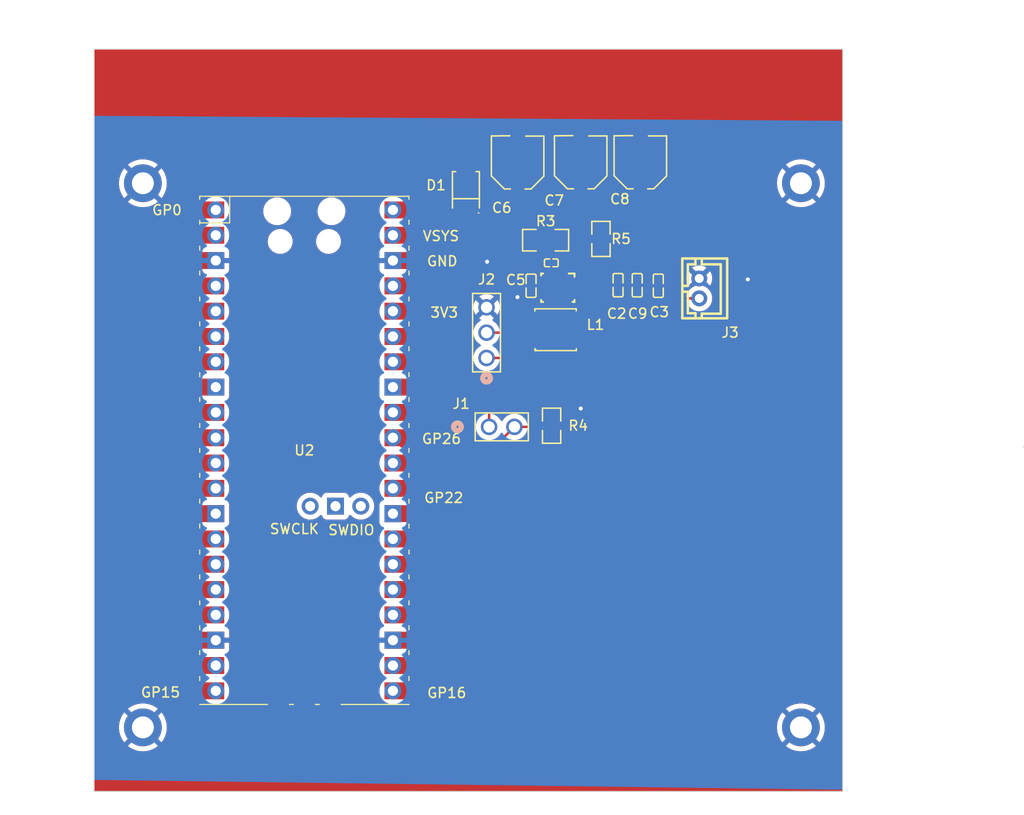
<source format=kicad_pcb>
(kicad_pcb (version 20221018) (generator pcbnew)
  (layers (0 "F.Cu" signal) (31 "B.Cu" signal) (34 "B.Paste" user) (35 "F.Paste" user) (36 "B.SilkS" user "B.Silkscreen") (37 "F.SilkS" user "F.Silkscreen") (38 "B.Mask" user) (39 "F.Mask" user) (44 "Edge.Cuts" user))
  (net 0 "")
  (net 1 "GND")
  (net 2 "Net-(U3-VAUX)")
  (net 3 "VSYS")
  (net 4 "+5V")
  (net 5 "+BATT")
  (net 6 "ADC0")
  (net 7 "Net-(U3-L2)")
  (net 8 "Net-(U3-L1)")
  (net 9 "Net-(U3-EN)")
  (net 10 "Net-(U3-PG)")
  (net 11 "GPIO22")
  (net 12 "+3.3V")
  (net 13 "VBUS")
  (net 14 "GPIO20")
  (footprint "C2894307:C0201" (layer "F.Cu") (at 173.068028 58.790086)
    (fp_text reference "C1" hide)
    (fp_text value "100nF")
    (fp_line (start -0.687046 0.238202) (end -0.687046 -0.238202) (stroke (width 0.1524)) (layer "F.SilkS"))
    (fp_line (start -0.534646 -0.390602) (end -0.166193 -0.390602) (stroke (width 0.1524)) (layer "F.SilkS"))
    (fp_line (start -0.166193 0.390602) (end -0.534646 0.390602) (stroke (width 0.1524)) (layer "F.SilkS"))
    (fp_line (start 0.166193 0.390602) (end 0.534646 0.390602) (stroke (width 0.1524)) (layer "F.SilkS"))
    (fp_line (start 0.534646 -0.390602) (end 0.166193 -0.390602) (stroke (width 0.1524)) (layer "F.SilkS"))
    (fp_line (start 0.687046 0.238202) (end 0.687046 -0.238202) (stroke (width 0.1524)) (layer "F.SilkS"))
    (fp_arc (start -0.687046 -0.238202) (mid -0.642409 -0.345965) (end -0.534646 -0.390602) (stroke (width 0.1524)) (layer "F.SilkS"))
    (fp_arc (start -0.534646 0.390602) (mid -0.642409 0.345965) (end -0.687046 0.238202) (stroke (width 0.1524)) (layer "F.SilkS"))
    (fp_arc (start 0.534646 -0.390602) (mid 0.642409 -0.345965) (end 0.687046 -0.238202) (stroke (width 0.1524)) (layer "F.SilkS"))
    (fp_arc (start 0.687046 0.238202) (mid 0.642409 0.345965) (end 0.534646 0.390602) (stroke (width 0.1524)) (layer "F.SilkS"))
    (pad "1" smd rect (at -0.274321 0) (size 0.368428 0.324003) (layers "F.Cu" "F.Paste" "F.Mask") (net 1 "GND"))
    (pad "2" smd rect (at 0.274321 0) (size 0.368428 0.324003) (layers "F.Cu" "F.Paste" "F.Mask") (net 2 "Net-(U3-VAUX)"))
  )
  (footprint "C131119:CAP-SMD_BD5.0-L5.3-W5.3-FD" (layer "F.Cu") (at 176.034452 48.699924 90)
    (fp_text reference "C7" (at -3.831648 -2.669239 180) (layer "F.SilkS") (effects (font (thickness 0.16))))
    (fp_text value "22 µF")
    (fp_line (start -2.659385 -1.341123) (end -2.655967 -0.73556) (stroke (width 0.1524)) (layer "F.SilkS"))
    (fp_line (start -2.659385 1.330963) (end -2.662593 0.722307) (stroke (width 0.1524)) (layer "F.SilkS"))
    (fp_line (start -1.371603 2.618745) (end -2.659385 1.330963) (stroke (width 0.1524)) (layer "F.SilkS"))
    (fp_line (start -1.348743 -2.649225) (end -2.659385 -1.341123) (stroke (width 0.1524)) (layer "F.SilkS"))
    (fp_line (start 2.645811 0.797817) (end 2.649225 2.618745) (stroke (width 0.1524)) (layer "F.SilkS"))
    (fp_line (start 2.649225 2.618745) (end -1.371603 2.618745) (stroke (width 0.1524)) (layer "F.SilkS"))
    (fp_line (start 2.659385 -2.649225) (end -1.348743 -2.649225) (stroke (width 0.1524)) (layer "F.SilkS"))
    (fp_line (start 2.680159 -0.79973) (end 2.659385 -2.649225) (stroke (width 0.1524)) (layer "F.SilkS"))
    (pad "1" smd rect (at -2.100076 0 90) (size 2.8 1.1) (layers "F.Cu" "F.Paste" "F.Mask") (net 4 "+5V"))
    (pad "2" smd rect (at 2.100076 0 90) (size 2.8 1.1) (layers "F.Cu" "F.Paste" "F.Mask") (net 1 "GND"))
  )
  (footprint "C131119:CAP-SMD_BD5.0-L5.3-W5.3-FD" (layer "F.Cu") (at 182.018711 48.699517 90)
    (fp_text reference "C8" (at -3.693008 -2.066507 180) (layer "F.SilkS") (effects (font (thickness 0.16))))
    (fp_text value "22 µF")
    (fp_line (start -2.659385 -1.341123) (end -2.655967 -0.73556) (stroke (width 0.1524)) (layer "F.SilkS"))
    (fp_line (start -2.659385 1.330963) (end -2.662593 0.722307) (stroke (width 0.1524)) (layer "F.SilkS"))
    (fp_line (start -1.371603 2.618745) (end -2.659385 1.330963) (stroke (width 0.1524)) (layer "F.SilkS"))
    (fp_line (start -1.348743 -2.649225) (end -2.659385 -1.341123) (stroke (width 0.1524)) (layer "F.SilkS"))
    (fp_line (start 2.645811 0.797817) (end 2.649225 2.618745) (stroke (width 0.1524)) (layer "F.SilkS"))
    (fp_line (start 2.649225 2.618745) (end -1.371603 2.618745) (stroke (width 0.1524)) (layer "F.SilkS"))
    (fp_line (start 2.659385 -2.649225) (end -1.348743 -2.649225) (stroke (width 0.1524)) (layer "F.SilkS"))
    (fp_line (start 2.680159 -0.79973) (end 2.659385 -2.649225) (stroke (width 0.1524)) (layer "F.SilkS"))
    (pad "1" smd rect (at -2.100076 0 90) (size 2.8 1.1) (layers "F.Cu" "F.Paste" "F.Mask") (net 4 "+5V"))
    (pad "2" smd rect (at 2.100076 0 90) (size 2.8 1.1) (layers "F.Cu" "F.Paste" "F.Mask") (net 1 "GND"))
  )
  (footprint "RPi_Pico-W:RPi_PicoW_SMD_TH" (layer "F.Cu") (at 148.285 77.61)
    (fp_text reference "U2" (at 0 0) (layer "F.SilkS") (effects (font (thickness 0.16))))
    (fp_text value "PicoW")
    (fp_text user "GP16" (at 14.29 24.34) (layer "F.SilkS") (effects (font (thickness 0.16))))
    (fp_text user "GND" (at 13.84 -18.985) (layer "F.SilkS") (effects (font (thickness 0.16))))
    (fp_text user "3V3" (at 14.04 -13.835) (layer "F.SilkS") (effects (font (thickness 0.16))))
    (fp_text user "SWCLK" (at -1 7.89) (layer "F.SilkS") (effects (font (thickness 0.16))))
    (fp_text user "SWDIO" (at 4.715 8) (layer "F.SilkS") (effects (font (thickness 0.16))))
    (fp_text user "VSYS" (at 13.715 -21.51) (layer "F.SilkS") (effects (font (thickness 0.16))))
    (fp_text user "GP22" (at 13.99 4.765) (layer "F.SilkS") (effects (font (thickness 0.16))))
    (fp_text user "GP0" (at -13.785 -24.11) (layer "F.SilkS") (effects (font (thickness 0.16))))
    (fp_text user "GP15" (at -14.435 24.29) (layer "F.SilkS") (effects (font (thickness 0.16))))
    (fp_text user "GP26" (at 13.767 -1.156) (layer "F.SilkS") (effects (font (thickness 0.16))))
    (fp_line (start -10.5 -25.5) (end -10.5 -25.2) (stroke (width 0.12)) (layer "F.SilkS"))
    (fp_line (start -10.5 -25.5) (end 10.5 -25.5) (stroke (width 0.12)) (layer "F.SilkS"))
    (fp_line (start -10.5 -23.1) (end -10.5 -22.7) (stroke (width 0.12)) (layer "F.SilkS"))
    (fp_line (start -10.5 -22.833) (end -7.493 -22.833) (stroke (width 0.12)) (layer "F.SilkS"))
    (fp_line (start -10.5 -20.5) (end -10.5 -20.1) (stroke (width 0.12)) (layer "F.SilkS"))
    (fp_line (start -10.5 -18) (end -10.5 -17.6) (stroke (width 0.12)) (layer "F.SilkS"))
    (fp_line (start -10.5 -15.4) (end -10.5 -15) (stroke (width 0.12)) (layer "F.SilkS"))
    (fp_line (start -10.5 -12.9) (end -10.5 -12.5) (stroke (width 0.12)) (layer "F.SilkS"))
    (fp_line (start -10.5 -10.4) (end -10.5 -10) (stroke (width 0.12)) (layer "F.SilkS"))
    (fp_line (start -10.5 -7.8) (end -10.5 -7.4) (stroke (width 0.12)) (layer "F.SilkS"))
    (fp_line (start -10.5 -5.3) (end -10.5 -4.9) (stroke (width 0.12)) (layer "F.SilkS"))
    (fp_line (start -10.5 -2.7) (end -10.5 -2.3) (stroke (width 0.12)) (layer "F.SilkS"))
    (fp_line (start -10.5 -0.2) (end -10.5 0.2) (stroke (width 0.12)) (layer "F.SilkS"))
    (fp_line (start -10.5 2.3) (end -10.5 2.7) (stroke (width 0.12)) (layer "F.SilkS"))
    (fp_line (start -10.5 4.9) (end -10.5 5.3) (stroke (width 0.12)) (layer "F.SilkS"))
    (fp_line (start -10.5 7.4) (end -10.5 7.8) (stroke (width 0.12)) (layer "F.SilkS"))
    (fp_line (start -10.5 10) (end -10.5 10.4) (stroke (width 0.12)) (layer "F.SilkS"))
    (fp_line (start -10.5 12.5) (end -10.5 12.9) (stroke (width 0.12)) (layer "F.SilkS"))
    (fp_line (start -10.5 15.1) (end -10.5 15.5) (stroke (width 0.12)) (layer "F.SilkS"))
    (fp_line (start -10.5 17.6) (end -10.5 18) (stroke (width 0.12)) (layer "F.SilkS"))
    (fp_line (start -10.5 20.1) (end -10.5 20.5) (stroke (width 0.12)) (layer "F.SilkS"))
    (fp_line (start -10.5 22.7) (end -10.5 23.1) (stroke (width 0.12)) (layer "F.SilkS"))
    (fp_line (start -7.493 -22.833) (end -7.493 -25.5) (stroke (width 0.12)) (layer "F.SilkS"))
    (fp_line (start -3.7 25.5) (end -10.5 25.5) (stroke (width 0.12)) (layer "F.SilkS"))
    (fp_line (start -1.5 25.5) (end -1.1 25.5) (stroke (width 0.12)) (layer "F.SilkS"))
    (fp_line (start 1.1 25.5) (end 1.5 25.5) (stroke (width 0.12)) (layer "F.SilkS"))
    (fp_line (start 10.5 -25.5) (end 10.5 -25.2) (stroke (width 0.12)) (layer "F.SilkS"))
    (fp_line (start 10.5 -23.1) (end 10.5 -22.7) (stroke (width 0.12)) (layer "F.SilkS"))
    (fp_line (start 10.5 -20.5) (end 10.5 -20.1) (stroke (width 0.12)) (layer "F.SilkS"))
    (fp_line (start 10.5 -18) (end 10.5 -17.6) (stroke (width 0.12)) (layer "F.SilkS"))
    (fp_line (start 10.5 -15.4) (end 10.5 -15) (stroke (width 0.12)) (layer "F.SilkS"))
    (fp_line (start 10.5 -12.9) (end 10.5 -12.5) (stroke (width 0.12)) (layer "F.SilkS"))
    (fp_line (start 10.5 -10.4) (end 10.5 -10) (stroke (width 0.12)) (layer "F.SilkS"))
    (fp_line (start 10.5 -7.8) (end 10.5 -7.4) (stroke (width 0.12)) (layer "F.SilkS"))
    (fp_line (start 10.5 -5.3) (end 10.5 -4.9) (stroke (width 0.12)) (layer "F.SilkS"))
    (fp_line (start 10.5 -2.7) (end 10.5 -2.3) (stroke (width 0.12)) (layer "F.SilkS"))
    (fp_line (start 10.5 -0.2) (end 10.5 0.2) (stroke (width 0.12)) (layer "F.SilkS"))
    (fp_line (start 10.5 2.3) (end 10.5 2.7) (stroke (width 0.12)) (layer "F.SilkS"))
    (fp_line (start 10.5 4.9) (end 10.5 5.3) (stroke (width 0.12)) (layer "F.SilkS"))
    (fp_line (start 10.5 7.4) (end 10.5 7.8) (stroke (width 0.12)) (layer "F.SilkS"))
    (fp_line (start 10.5 10) (end 10.5 10.4) (stroke (width 0.12)) (layer "F.SilkS"))
    (fp_line (start 10.5 12.5) (end 10.5 12.9) (stroke (width 0.12)) (layer "F.SilkS"))
    (fp_line (start 10.5 15.1) (end 10.5 15.5) (stroke (width 0.12)) (layer "F.SilkS"))
    (fp_line (start 10.5 17.6) (end 10.5 18) (stroke (width 0.12)) (layer "F.SilkS"))
    (fp_line (start 10.5 20.1) (end 10.5 20.5) (stroke (width 0.12)) (layer "F.SilkS"))
    (fp_line (start 10.5 22.7) (end 10.5 23.1) (stroke (width 0.12)) (layer "F.SilkS"))
    (fp_line (start 10.5 25.5) (end 3.7 25.5) (stroke (width 0.12)) (layer "F.SilkS"))
    (pad "" np_thru_hole oval (at -2.725 -24) (size 1.8 1.8) (drill 1.8) (layers "*.Cu" "*.Mask"))
    (pad "" np_thru_hole oval (at -2.425 -20.97) (size 1.5 1.5) (drill 1.5) (layers "*.Cu" "*.Mask"))
    (pad "" np_thru_hole oval (at 2.425 -20.97) (size 1.5 1.5) (drill 1.5) (layers "*.Cu" "*.Mask"))
    (pad "" np_thru_hole oval (at 2.725 -24) (size 1.8 1.8) (drill 1.8) (layers "*.Cu" "*.Mask"))
    (pad "1" thru_hole oval (at -8.89 -24.13) (size 1.7 1.7) (drill 1.02) (layers "*.Cu" "*.Mask"))
    (pad "1" smd rect (at -8.89 -24.13) (size 3.5 1.7) (drill (offset -0.9 0)) (layers "F.Cu" "F.Mask"))
    (pad "2" thru_hole oval (at -8.89 -21.59) (size 1.7 1.7) (drill 1.02) (layers "*.Cu" "*.Mask"))
    (pad "2" smd rect (at -8.89 -21.59) (size 3.5 1.7) (drill (offset -0.9 0)) (layers "F.Cu" "F.Mask"))
    (pad "3" thru_hole rect (at -8.89 -19.05) (size 1.7 1.7) (drill 1.02) (layers "*.Cu" "*.Mask") (net 1 "GND"))
    (pad "3" smd rect (at -8.89 -19.05) (size 3.5 1.7) (drill (offset -0.9 0)) (layers "F.Cu" "F.Mask") (net 1 "GND"))
    (pad "4" thru_hole oval (at -8.89 -16.51) (size 1.7 1.7) (drill 1.02) (layers "*.Cu" "*.Mask"))
    (pad "4" smd rect (at -8.89 -16.51) (size 3.5 1.7) (drill (offset -0.9 0)) (layers "F.Cu" "F.Mask"))
    (pad "5" thru_hole oval (at -8.89 -13.97) (size 1.7 1.7) (drill 1.02) (layers "*.Cu" "*.Mask"))
    (pad "5" smd rect (at -8.89 -13.97) (size 3.5 1.7) (drill (offset -0.9 0)) (layers "F.Cu" "F.Mask"))
    (pad "6" thru_hole oval (at -8.89 -11.43) (size 1.7 1.7) (drill 1.02) (layers "*.Cu" "*.Mask"))
    (pad "6" smd rect (at -8.89 -11.43) (size 3.5 1.7) (drill (offset -0.9 0)) (layers "F.Cu" "F.Mask"))
    (pad "7" thru_hole oval (at -8.89 -8.89) (size 1.7 1.7) (drill 1.02) (layers "*.Cu" "*.Mask"))
    (pad "7" smd rect (at -8.89 -8.89) (size 3.5 1.7) (drill (offset -0.9 0)) (layers "F.Cu" "F.Mask"))
    (pad "8" thru_hole rect (at -8.89 -6.35) (size 1.7 1.7) (drill 1.02) (layers "*.Cu" "*.Mask"))
    (pad "8" smd rect (at -8.89 -6.35) (size 3.5 1.7) (drill (offset -0.9 0)) (layers "F.Cu" "F.Mask"))
    (pad "9" thru_hole oval (at -8.89 -3.81) (size 1.7 1.7) (drill 1.02) (layers "*.Cu" "*.Mask"))
    (pad "9" smd rect (at -8.89 -3.81) (size 3.5 1.7) (drill (offset -0.9 0)) (layers "F.Cu" "F.Mask"))
    (pad "10" thru_hole oval (at -8.89 -1.27) (size 1.7 1.7) (drill 1.02) (layers "*.Cu" "*.Mask"))
    (pad "10" smd rect (at -8.89 -1.27) (size 3.5 1.7) (drill (offset -0.9 0)) (layers "F.Cu" "F.Mask"))
    (pad "11" thru_hole oval (at -8.89 1.27) (size 1.7 1.7) (drill 1.02) (layers "*.Cu" "*.Mask"))
    (pad "11" smd rect (at -8.89 1.27) (size 3.5 1.7) (drill (offset -0.9 0)) (layers "F.Cu" "F.Mask"))
    (pad "12" thru_hole oval (at -8.89 3.81) (size 1.7 1.7) (drill 1.02) (layers "*.Cu" "*.Mask"))
    (pad "12" smd rect (at -8.89 3.81) (size 3.5 1.7) (drill (offset -0.9 0)) (layers "F.Cu" "F.Mask"))
    (pad "13" thru_hole rect (at -8.89 6.35) (size 1.7 1.7) (drill 1.02) (layers "*.Cu" "*.Mask"))
    (pad "13" smd rect (at -8.89 6.35) (size 3.5 1.7) (drill (offset -0.9 0)) (layers "F.Cu" "F.Mask"))
    (pad "14" thru_hole oval (at -8.89 8.89) (size 1.7 1.7) (drill 1.02) (layers "*.Cu" "*.Mask"))
    (pad "14" smd rect (at -8.89 8.89) (size 3.5 1.7) (drill (offset -0.9 0)) (layers "F.Cu" "F.Mask"))
    (pad "15" thru_hole oval (at -8.89 11.43) (size 1.7 1.7) (drill 1.02) (layers "*.Cu" "*.Mask"))
    (pad "15" smd rect (at -8.89 11.43) (size 3.5 1.7) (drill (offset -0.9 0)) (layers "F.Cu" "F.Mask"))
    (pad "16" thru_hole oval (at -8.89 13.97) (size 1.7 1.7) (drill 1.02) (layers "*.Cu" "*.Mask"))
    (pad "16" smd rect (at -8.89 13.97) (size 3.5 1.7) (drill (offset -0.9 0)) (layers "F.Cu" "F.Mask"))
    (pad "17" thru_hole oval (at -8.89 16.51) (size 1.7 1.7) (drill 1.02) (layers "*.Cu" "*.Mask"))
    (pad "17" smd rect (at -8.89 16.51) (size 3.5 1.7) (drill (offset -0.9 0)) (layers "F.Cu" "F.Mask"))
    (pad "18" thru_hole rect (at -8.89 19.05) (size 1.7 1.7) (drill 1.02) (layers "*.Cu" "*.Mask") (net 1 "GND"))
    (pad "18" smd rect (at -8.89 19.05) (size 3.5 1.7) (drill (offset -0.9 0)) (layers "F.Cu" "F.Mask") (net 1 "GND"))
    (pad "19" thru_hole oval (at -8.89 21.59) (size 1.7 1.7) (drill 1.02) (layers "*.Cu" "*.Mask"))
    (pad "19" smd rect (at -8.89 21.59) (size 3.5 1.7) (drill (offset -0.9 0)) (layers "F.Cu" "F.Mask"))
    (pad "20" thru_hole oval (at -8.89 24.13) (size 1.7 1.7) (drill 1.02) (layers "*.Cu" "*.Mask"))
    (pad "20" smd rect (at -8.89 24.13) (size 3.5 1.7) (drill (offset -0.9 0)) (layers "F.Cu" "F.Mask"))
    (pad "21" thru_hole oval (at 8.89 24.13) (size 1.7 1.7) (drill 1.02) (layers "*.Cu" "*.Mask"))
    (pad "21" smd rect (at 8.89 24.13) (size 3.5 1.7) (drill (offset 0.9 0)) (layers "F.Cu" "F.Mask"))
    (pad "22" thru_hole oval (at 8.89 21.59) (size 1.7 1.7) (drill 1.02) (layers "*.Cu" "*.Mask"))
    (pad "22" smd rect (at 8.89 21.59) (size 3.5 1.7) (drill (offset 0.9 0)) (layers "F.Cu" "F.Mask"))
    (pad "23" thru_hole rect (at 8.89 19.05) (size 1.7 1.7) (drill 1.02) (layers "*.Cu" "*.Mask") (net 1 "GND"))
    (pad "23" smd rect (at 8.89 19.05) (size 3.5 1.7) (drill (offset 0.9 0)) (layers "F.Cu" "F.Mask") (net 1 "GND"))
    (pad "24" thru_hole oval (at 8.89 16.51) (size 1.7 1.7) (drill 1.02) (layers "*.Cu" "*.Mask"))
    (pad "24" smd rect (at 8.89 16.51) (size 3.5 1.7) (drill (offset 0.9 0)) (layers "F.Cu" "F.Mask"))
    (pad "25" thru_hole oval (at 8.89 13.97) (size 1.7 1.7) (drill 1.02) (layers "*.Cu" "*.Mask"))
    (pad "25" smd rect (at 8.89 13.97) (size 3.5 1.7) (drill (offset 0.9 0)) (layers "F.Cu" "F.Mask"))
    (pad "26" thru_hole oval (at 8.89 11.43) (size 1.7 1.7) (drill 1.02) (layers "*.Cu" "*.Mask") (net 14 "GPIO20"))
    (pad "26" smd rect (at 8.89 11.43) (size 3.5 1.7) (drill (offset 0.9 0)) (layers "F.Cu" "F.Mask") (net 14 "GPIO20"))
    (pad "27" thru_hole oval (at 8.89 8.89) (size 1.7 1.7) (drill 1.02) (layers "*.Cu" "*.Mask"))
    (pad "27" smd rect (at 8.89 8.89) (size 3.5 1.7) (drill (offset 0.9 0)) (layers "F.Cu" "F.Mask"))
    (pad "28" thru_hole rect (at 8.89 6.35) (size 1.7 1.7) (drill 1.02) (layers "*.Cu" "*.Mask"))
    (pad "28" smd rect (at 8.89 6.35) (size 3.5 1.7) (drill (offset 0.9 0)) (layers "F.Cu" "F.Mask"))
    (pad "29" thru_hole oval (at 8.89 3.81) (size 1.7 1.7) (drill 1.02) (layers "*.Cu" "*.Mask") (net 11 "GPIO22"))
    (pad "29" smd rect (at 8.89 3.81) (size 3.5 1.7) (drill (offset 0.9 0)) (layers "F.Cu" "F.Mask") (net 11 "GPIO22"))
    (pad "30" thru_hole oval (at 8.89 1.27) (size 1.7 1.7) (drill 1.02) (layers "*.Cu" "*.Mask"))
    (pad "30" smd rect (at 8.89 1.27) (size 3.5 1.7) (drill (offset 0.9 0)) (layers "F.Cu" "F.Mask"))
    (pad "31" thru_hole oval (at 8.89 -1.27) (size 1.7 1.7) (drill 1.02) (layers "*.Cu" "*.Mask") (net 6 "ADC0"))
    (pad "31" smd rect (at 8.89 -1.27) (size 3.5 1.7) (drill (offset 0.9 0)) (layers "F.Cu" "F.Mask") (net 6 "ADC0"))
    (pad "32" thru_hole oval (at 8.89 -3.81) (size 1.7 1.7) (drill 1.02) (layers "*.Cu" "*.Mask"))
    (pad "32" smd rect (at 8.89 -3.81) (size 3.5 1.7) (drill (offset 0.9 0)) (layers "F.Cu" "F.Mask"))
    (pad "33" thru_hole rect (at 8.89 -6.35) (size 1.7 1.7) (drill 1.02) (layers "*.Cu" "*.Mask"))
    (pad "33" smd rect (at 8.89 -6.35) (size 3.5 1.7) (drill (offset 0.9 0)) (layers "F.Cu" "F.Mask"))
    (pad "34" thru_hole oval (at 8.89 -8.89) (size 1.7 1.7) (drill 1.02) (layers "*.Cu" "*.Mask"))
    (pad "34" smd rect (at 8.89 -8.89) (size 3.5 1.7) (drill (offset 0.9 0)) (layers "F.Cu" "F.Mask"))
    (pad "35" thru_hole oval (at 8.89 -11.43) (size 1.7 1.7) (drill 1.02) (layers "*.Cu" "*.Mask"))
    (pad "35" smd rect (at 8.89 -11.43) (size 3.5 1.7) (drill (offset 0.9 0)) (layers "F.Cu" "F.Mask"))
    (pad "36" thru_hole oval (at 8.89 -13.97) (size 1.7 1.7) (drill 1.02) (layers "*.Cu" "*.Mask") (net 12 "+3.3V"))
    (pad "36" smd rect (at 8.89 -13.97) (size 3.5 1.7) (drill (offset 0.9 0)) (layers "F.Cu" "F.Mask") (net 12 "+3.3V"))
    (pad "37" thru_hole oval (at 8.89 -16.51) (size 1.7 1.7) (drill 1.02) (layers "*.Cu" "*.Mask"))
    (pad "37" smd rect (at 8.89 -16.51) (size 3.5 1.7) (drill (offset 0.9 0)) (layers "F.Cu" "F.Mask"))
    (pad "38" thru_hole rect (at 8.89 -19.05) (size 1.7 1.7) (drill 1.02) (layers "*.Cu" "*.Mask") (net 1 "GND"))
    (pad "38" smd rect (at 8.89 -19.05) (size 3.5 1.7) (drill (offset 0.9 0)) (layers "F.Cu" "F.Mask") (net 1 "GND"))
    (pad "39" thru_hole oval (at 8.89 -21.59) (size 1.7 1.7) (drill 1.02) (layers "*.Cu" "*.Mask") (net 3 "VSYS"))
    (pad "39" smd rect (at 8.89 -21.59) (size 3.5 1.7) (drill (offset 0.9 0)) (layers "F.Cu" "F.Mask") (net 3 "VSYS"))
    (pad "40" thru_hole oval (at 8.89 -24.13) (size 1.7 1.7) (drill 1.02) (layers "*.Cu" "*.Mask") (net 13 "VBUS"))
    (pad "40" smd rect (at 8.89 -24.13) (size 3.5 1.7) (drill (offset 0.9 0)) (layers "F.Cu" "F.Mask") (net 13 "VBUS"))
    (pad "41" thru_hole oval (at 0.5841 5.6) (size 1.7 1.7) (drill 1.02) (layers "*.Cu" "*.Mask"))
    (pad "42" thru_hole rect (at 3.1241 5.6) (size 1.7 1.7) (drill 1.02) (layers "*.Cu" "*.Mask"))
    (pad "43" thru_hole oval (at 5.6641 5.6) (size 1.7 1.7) (drill 1.02) (layers "*.Cu" "*.Mask"))
  )
  (footprint "MountingHole:MountingHole_2.2mm_M2_DIN965_Pad" (layer "F.Cu") (at 132.08 105.41)
    (fp_text reference "REF**" hide)
    (fp_text value "MountingHole_2.2mm_M2_DIN965_Pad")
    (pad "1" thru_hole circle (at 0 0) (size 3.8 3.8) (drill 2.2) (layers "*.Cu" "*.Mask") (net 1 "GND"))
  )
  (footprint "MountingHole:MountingHole_2.2mm_M2_DIN965_Pad" (layer "F.Cu") (at 132.08 50.8)
    (fp_text reference "REF**" hide)
    (fp_text value "MountingHole_2.2mm_M2_DIN965_Pad")
    (pad "1" thru_hole circle (at 0 0) (size 3.8 3.8) (drill 2.2) (layers "*.Cu" "*.Mask") (net 1 "GND"))
  )
  (footprint "C115295:R0805" (layer "F.Cu") (at 178.054 56.388 90)
    (fp_text reference "R5" (at 0.003421 2.013921) (layer "F.SilkS") (effects (font (thickness 0.16))))
    (fp_text value "10kOhm")
    (fp_line (start -1.761138 -0.917094) (end -0.4762 -0.917094) (stroke (width 0.1524)) (layer "F.SilkS"))
    (fp_line (start -1.761138 0.917094) (end -1.761138 -0.917094) (stroke (width 0.1524)) (layer "F.SilkS"))
    (fp_line (start -0.4762 0.917094) (end -1.761138 0.917094) (stroke (width 0.1524)) (layer "F.SilkS"))
    (fp_line (start 0.4762 0.917094) (end 1.761138 0.917094) (stroke (width 0.1524)) (layer "F.SilkS"))
    (fp_line (start 1.761138 -0.917094) (end 0.4762 -0.917094) (stroke (width 0.1524)) (layer "F.SilkS"))
    (fp_line (start 1.761138 0.917094) (end 1.761138 -0.917094) (stroke (width 0.1524)) (layer "F.SilkS"))
    (pad "1" smd rect (at -1 0 90) (size 1.132537 1.377013) (layers "F.Cu" "F.Paste" "F.Mask") (net 5 "+BATT"))
    (pad "2" smd rect (at 1 0 90) (size 1.132537 1.377013) (layers "F.Cu" "F.Paste" "F.Mask") (net 9 "Net-(U3-EN)"))
  )
  (footprint "C386033:C0402" (layer "F.Cu") (at 171.037951 61.086328 90)
    (fp_text reference "C5" (at 0.586328 -1.537951) (layer "F.SilkS") (effects (font (thickness 0.16))))
    (fp_text value "10 µF")
    (fp_line (start -1.168707 0.346203) (end -1.168707 -0.346203) (stroke (width 0.1524)) (layer "F.SilkS"))
    (fp_line (start -1.016307 -0.498603) (end -0.226213 -0.498603) (stroke (width 0.1524)) (layer "F.SilkS"))
    (fp_line (start -0.226213 0.498603) (end -1.016307 0.498603) (stroke (width 0.1524)) (layer "F.SilkS"))
    (fp_line (start 0.226213 0.498603) (end 1.016307 0.498603) (stroke (width 0.1524)) (layer "F.SilkS"))
    (fp_line (start 1.016307 -0.498603) (end 0.226213 -0.498603) (stroke (width 0.1524)) (layer "F.SilkS"))
    (fp_line (start 1.168707 0.346203) (end 1.168707 -0.346203) (stroke (width 0.1524)) (layer "F.SilkS"))
    (fp_arc (start -1.168707 -0.346203) (mid -1.12407 -0.453966) (end -1.016307 -0.498603) (stroke (width 0.1524)) (layer "F.SilkS"))
    (fp_arc (start -1.016307 0.498603) (mid -1.12407 0.453966) (end -1.168707 0.346203) (stroke (width 0.1524)) (layer "F.SilkS"))
    (fp_arc (start 1.016307 -0.498603) (mid 1.12407 -0.453966) (end 1.168707 -0.346203) (stroke (width 0.1524)) (layer "F.SilkS"))
    (fp_arc (start 1.168707 0.346203) (mid 1.12407 0.453966) (end 1.016307 0.498603) (stroke (width 0.1524)) (layer "F.SilkS"))
    (pad "1" smd rect (at -0.545085 0 90) (size 0.790094 0.540005) (layers "F.Cu" "F.Paste" "F.Mask") (net 1 "GND"))
    (pad "2" smd rect (at 0.545085 0 90) (size 0.790094 0.540005) (layers "F.Cu" "F.Paste" "F.Mask") (net 4 "+5V"))
  )
  (footprint "MountingHole:MountingHole_2.2mm_M2_DIN965_Pad" (layer "F.Cu") (at 198.12 105.41)
    (fp_text reference "REF**" hide)
    (fp_text value "MountingHole_2.2mm_M2_DIN965_Pad")
    (pad "1" thru_hole circle (at 0 0) (size 3.8 3.8) (drill 2.2) (layers "*.Cu" "*.Mask") (net 1 "GND"))
  )
  (footprint "61300211121:CONN_61300211121_WRE" (layer "F.Cu") (at 166.825 75.25)
    (fp_text reference "J1" (at -2.80212 -2.32197 unlocked) (layer "F.SilkS") (effects (font (thickness 0.16))))
    (fp_text value "61300211121")
    (fp_circle (center -3.175 0) (end -2.794 0) (stroke (width 0.508)) (fill none) (layer "B.SilkS"))
    (fp_line (start -1.397 -1.397) (end -1.397 1.397) (stroke (width 0.1524)) (layer "F.SilkS"))
    (fp_line (start -1.397 1.397) (end 3.937 1.397) (stroke (width 0.1524)) (layer "F.SilkS"))
    (fp_line (start 3.937 -1.397) (end -1.397 -1.397) (stroke (width 0.1524)) (layer "F.SilkS"))
    (fp_line (start 3.937 1.397) (end 3.937 -1.397) (stroke (width 0.1524)) (layer "F.SilkS"))
    (fp_circle (center -3.175 0) (end -2.794 0) (stroke (width 0.508)) (fill none) (layer "F.SilkS"))
    (pad "1" thru_hole circle (at 0 0) (size 1.651 1.651) (drill 1.143) (layers "*.Cu" "*.Mask") (net 12 "+3.3V"))
    (pad "2" thru_hole circle (at 2.54 0) (size 1.651 1.651) (drill 1.143) (layers "*.Cu" "*.Mask") (net 6 "ADC0"))
  )
  (footprint "C131119:CAP-SMD_BD5.0-L5.3-W5.3-FD" (layer "F.Cu") (at 169.704698 48.715688 90)
    (fp_text reference "C6" (at -4.547989 -1.603289 180) (layer "F.SilkS") (effects (font (thickness 0.16))))
    (fp_text value "22 µF")
    (fp_line (start -2.659385 -1.341123) (end -2.655967 -0.73556) (stroke (width 0.1524)) (layer "F.SilkS"))
    (fp_line (start -2.659385 1.330963) (end -2.662593 0.722307) (stroke (width 0.1524)) (layer "F.SilkS"))
    (fp_line (start -1.371603 2.618745) (end -2.659385 1.330963) (stroke (width 0.1524)) (layer "F.SilkS"))
    (fp_line (start -1.348743 -2.649225) (end -2.659385 -1.341123) (stroke (width 0.1524)) (layer "F.SilkS"))
    (fp_line (start 2.645811 0.797817) (end 2.649225 2.618745) (stroke (width 0.1524)) (layer "F.SilkS"))
    (fp_line (start 2.649225 2.618745) (end -1.371603 2.618745) (stroke (width 0.1524)) (layer "F.SilkS"))
    (fp_line (start 2.659385 -2.649225) (end -1.348743 -2.649225) (stroke (width 0.1524)) (layer "F.SilkS"))
    (fp_line (start 2.680159 -0.79973) (end 2.659385 -2.649225) (stroke (width 0.1524)) (layer "F.SilkS"))
    (pad "1" smd rect (at -2.100076 0 90) (size 2.8 1.1) (layers "F.Cu" "F.Paste" "F.Mask") (net 4 "+5V"))
    (pad "2" smd rect (at 2.100076 0 90) (size 2.8 1.1) (layers "F.Cu" "F.Paste" "F.Mask") (net 1 "GND"))
  )
  (footprint "C115295:R0805" (layer "F.Cu") (at 173.1 75.133 90)
    (fp_text reference "R4" (at 0 2.668 180) (layer "F.SilkS") (effects (font (thickness 0.16))))
    (fp_text value "10kOhm")
    (fp_line (start -1.761138 -0.917094) (end -0.4762 -0.917094) (stroke (width 0.1524)) (layer "F.SilkS"))
    (fp_line (start -1.761138 0.917094) (end -1.761138 -0.917094) (stroke (width 0.1524)) (layer "F.SilkS"))
    (fp_line (start -0.4762 0.917094) (end -1.761138 0.917094) (stroke (width 0.1524)) (layer "F.SilkS"))
    (fp_line (start 0.4762 0.917094) (end 1.761138 0.917094) (stroke (width 0.1524)) (layer "F.SilkS"))
    (fp_line (start 1.761138 -0.917094) (end 0.4762 -0.917094) (stroke (width 0.1524)) (layer "F.SilkS"))
    (fp_line (start 1.761138 0.917094) (end 1.761138 -0.917094) (stroke (width 0.1524)) (layer "F.SilkS"))
    (pad "1" smd rect (at -1 0 90) (size 1.132537 1.377013) (layers "F.Cu" "F.Paste" "F.Mask") (net 6 "ADC0"))
    (pad "2" smd rect (at 1 0 90) (size 1.132537 1.377013) (layers "F.Cu" "F.Paste" "F.Mask") (net 1 "GND"))
  )
  (footprint "C386033:C0402" (layer "F.Cu") (at 179.769907 61.031072 -90)
    (fp_text reference "C2" (at 2.852995 0.139776) (layer "F.SilkS") (effects (font (thickness 0.16))))
    (fp_text value "10 µF")
    (fp_line (start -1.168707 0.346203) (end -1.168707 -0.346203) (stroke (width 0.1524)) (layer "F.SilkS"))
    (fp_line (start -1.016307 -0.498603) (end -0.226213 -0.498603) (stroke (width 0.1524)) (layer "F.SilkS"))
    (fp_line (start -0.226213 0.498603) (end -1.016307 0.498603) (stroke (width 0.1524)) (layer "F.SilkS"))
    (fp_line (start 0.226213 0.498603) (end 1.016307 0.498603) (stroke (width 0.1524)) (layer "F.SilkS"))
    (fp_line (start 1.016307 -0.498603) (end 0.226213 -0.498603) (stroke (width 0.1524)) (layer "F.SilkS"))
    (fp_line (start 1.168707 0.346203) (end 1.168707 -0.346203) (stroke (width 0.1524)) (layer "F.SilkS"))
    (fp_arc (start -1.168707 -0.346203) (mid -1.12407 -0.453966) (end -1.016307 -0.498603) (stroke (width 0.1524)) (layer "F.SilkS"))
    (fp_arc (start -1.016307 0.498603) (mid -1.12407 0.453966) (end -1.168707 0.346203) (stroke (width 0.1524)) (layer "F.SilkS"))
    (fp_arc (start 1.016307 -0.498603) (mid 1.12407 -0.453966) (end 1.168707 -0.346203) (stroke (width 0.1524)) (layer "F.SilkS"))
    (fp_arc (start 1.168707 0.346203) (mid 1.12407 0.453966) (end 1.016307 0.498603) (stroke (width 0.1524)) (layer "F.SilkS"))
    (pad "1" smd rect (at -0.545085 0 270) (size 0.790094 0.540005) (layers "F.Cu" "F.Paste" "F.Mask") (net 1 "GND"))
    (pad "2" smd rect (at 0.545085 0 270) (size 0.790094 0.540005) (layers "F.Cu" "F.Paste" "F.Mask") (net 5 "+BATT"))
  )
  (footprint "TPS630701RNMT:RNM0015A" (layer "F.Cu") (at 173.722398 61.285478 -90)
    (fp_text reference "U3" hide)
    (fp_text value "TPS630701RNMT" hide)
    (fp_line (start -1.425001 -1.675) (end -1.1 -1.675) (stroke (width 0.2)) (layer "F.SilkS"))
    (fp_line (start -1.425001 -1.1) (end -1.425001 -1.675) (stroke (width 0.2)) (layer "F.SilkS"))
    (fp_line (start -1.425001 1.675) (end -1.425001 1.474998) (stroke (width 0.2)) (layer "F.SilkS"))
    (fp_line (start -1.425001 1.675) (end -1.224999 1.675) (stroke (width 0.2)) (layer "F.SilkS"))
    (fp_line (start 1.224999 -1.675) (end 1.425001 -1.675) (stroke (width 0.2)) (layer "F.SilkS"))
    (fp_line (start 1.224999 1.675) (end 1.425001 1.675) (stroke (width 0.2)) (layer "F.SilkS"))
    (fp_line (start 1.425001 -1.474998) (end 1.425001 -1.675) (stroke (width 0.2)) (layer "F.SilkS"))
    (fp_line (start 1.425001 1.675) (end 1.425001 1.474998) (stroke (width 0.2)) (layer "F.SilkS"))
    (pad "1" smd rect (at -1.15 -0.750001) (size 0.24 0.599999) (layers "F.Cu" "F.Paste" "F.Mask") (net 9 "Net-(U3-EN)"))
    (pad "2" smd rect (at -1.15 -0.250002) (size 0.24 0.599999) (layers "F.Cu" "F.Paste" "F.Mask") (net 10 "Net-(U3-PG)"))
    (pad "3" smd rect (at -1.15 0.25) (size 0.24 0.599999) (layers "F.Cu" "F.Paste" "F.Mask") (net 2 "Net-(U3-VAUX)"))
    (pad "4" smd rect (at -1.15 0.749998) (size 0.24 0.599999) (layers "F.Cu" "F.Paste" "F.Mask") (net 1 "GND"))
    (pad "5" smd rect (at -0.725 1.4 270) (size 0.24 0.599999) (layers "F.Cu" "F.Paste" "F.Mask") (net 4 "+5V"))
    (pad "6" smd rect (at -0.225001 1.4 270) (size 0.24 0.599999) (layers "F.Cu" "F.Paste" "F.Mask") (net 1 "GND"))
    (pad "7" smd rect (at 0.525 1.4) (size 0.700001 0.850001) (layers "F.Cu" "F.Paste" "F.Mask") (net 4 "+5V"))
    (pad "8" smd rect (at 0.525 1.4) (size 0.700001 0.850001) (layers "F.Cu" "F.Paste" "F.Mask") (net 4 "+5V"))
    (pad "9" smd rect (at 0.775 0.499999) (size 0.349999 1.45) (layers "F.Cu" "F.Mask") (net 7 "Net-(U3-L2)"))
    (pad "10" smd rect (at 0.599999 0) (size 0.349999 1.799999) (layers "F.Cu" "F.Mask") (net 1 "GND"))
    (pad "11" smd rect (at 0.775 -0.499999) (size 0.349999 1.45) (layers "F.Cu" "F.Mask") (net 8 "Net-(U3-L1)"))
    (pad "12" smd rect (at 0.525 -1.4) (size 0.700001 0.850001) (layers "F.Cu" "F.Paste" "F.Mask") (net 5 "+BATT"))
    (pad "13" smd rect (at 0.525 -1.4) (size 0.700001 0.850001) (layers "F.Cu" "F.Paste" "F.Mask") (net 5 "+BATT"))
    (pad "14" smd rect (at -0.225001 -1.4 270) (size 0.24 0.599999) (layers "F.Cu" "F.Paste" "F.Mask") (net 9 "Net-(U3-EN)"))
    (pad "15" smd rect (at -0.725 -1.4 270) (size 0.24 0.599999) (layers "F.Cu" "F.Paste" "F.Mask") (net 1 "GND"))
  )
  (footprint "C131337:CONN-TH_B2B-PH-K-S" (layer "F.Cu") (at 187.917962 61.353933 -90)
    (fp_text reference "J3" (at 4.432067 -3.103708) (layer "F.SilkS") (effects (font (thickness 0.16))))
    (fp_text value "B2B-PH-K-S(LF)(SN)")
    (fp_line (start -3 -2.800102) (end -3 1.700025) (stroke (width 0.254)) (layer "F.SilkS"))
    (fp_line (start -3 1.700025) (end 3 1.700025) (stroke (width 0.254)) (layer "F.SilkS"))
    (fp_line (start -2.921006 -0.254001) (end -2.413005 -0.254001) (stroke (width 0.254)) (layer "F.SilkS"))
    (fp_line (start -2.921006 0.381001) (end -2.413005 0.381001) (stroke (width 0.254)) (layer "F.SilkS"))
    (fp_line (start -2.413005 -2.159004) (end 2.540005 -2.159004) (stroke (width 0.254)) (layer "F.SilkS"))
    (fp_line (start -2.413005 -0.254001) (end -2.413005 -2.159004) (stroke (width 0.254)) (layer "F.SilkS"))
    (fp_line (start -2.413005 0.381001) (end -2.413005 1.143002) (stroke (width 0.254)) (layer "F.SilkS"))
    (fp_line (start -2.413005 1.143002) (end -0.254001 1.143002) (stroke (width 0.254)) (layer "F.SilkS"))
    (fp_line (start -0.254001 1.143002) (end -0.254001 1.651003) (stroke (width 0.254)) (layer "F.SilkS"))
    (fp_line (start 0.333045 1.143002) (end 0.333045 1.651003) (stroke (width 0.254)) (layer "F.SilkS"))
    (fp_line (start 2.49205 0.381001) (end 2.49205 1.143002) (stroke (width 0.254)) (layer "F.SilkS"))
    (fp_line (start 2.49205 1.143002) (end 0.333045 1.143002) (stroke (width 0.254)) (layer "F.SilkS"))
    (fp_line (start 2.540005 -2.159004) (end 2.540005 -0.254001) (stroke (width 0.254)) (layer "F.SilkS"))
    (fp_line (start 2.540005 -0.254001) (end 2.921006 -0.254001) (stroke (width 0.254)) (layer "F.SilkS"))
    (fp_line (start 3 -2.800102) (end -3 -2.800102) (stroke (width 0.254)) (layer "F.SilkS"))
    (fp_line (start 3 1.700025) (end 3 -2.800102) (stroke (width 0.254)) (layer "F.SilkS"))
    (fp_line (start 3.000051 0.381001) (end 2.49205 0.381001) (stroke (width 0.254)) (layer "F.SilkS"))
    (fp_circle (center 2.950013 -2.8) (end 2.98001 -2.8) (stroke (width 0.059995)) (fill none) (layer "F.SilkS"))
    (pad "1" thru_hole circle (at 1 0 270) (size 1.6 1.6) (drill 0.900025) (layers "*.Cu" "*.Mask") (net 5 "+BATT"))
    (pad "2" thru_hole circle (at -1 0 270) (size 1.6 1.6) (drill 0.900025) (layers "*.Cu" "*.Mask") (net 1 "GND"))
  )
  (footprint "C386033:C0402" (layer "F.Cu") (at 183.806053 61.086968 -90)
    (fp_text reference "C3" (at 2.645085 -0.1) (layer "F.SilkS") (effects (font (thickness 0.16))))
    (fp_text value "10 µF")
    (fp_line (start -1.168707 0.346203) (end -1.168707 -0.346203) (stroke (width 0.1524)) (layer "F.SilkS"))
    (fp_line (start -1.016307 -0.498603) (end -0.226213 -0.498603) (stroke (width 0.1524)) (layer "F.SilkS"))
    (fp_line (start -0.226213 0.498603) (end -1.016307 0.498603) (stroke (width 0.1524)) (layer "F.SilkS"))
    (fp_line (start 0.226213 0.498603) (end 1.016307 0.498603) (stroke (width 0.1524)) (layer "F.SilkS"))
    (fp_line (start 1.016307 -0.498603) (end 0.226213 -0.498603) (stroke (width 0.1524)) (layer "F.SilkS"))
    (fp_line (start 1.168707 0.346203) (end 1.168707 -0.346203) (stroke (width 0.1524)) (layer "F.SilkS"))
    (fp_arc (start -1.168707 -0.346203) (mid -1.12407 -0.453966) (end -1.016307 -0.498603) (stroke (width 0.1524)) (layer "F.SilkS"))
    (fp_arc (start -1.016307 0.498603) (mid -1.12407 0.453966) (end -1.168707 0.346203) (stroke (width 0.1524)) (layer "F.SilkS"))
    (fp_arc (start 1.016307 -0.498603) (mid 1.12407 -0.453966) (end 1.168707 -0.346203) (stroke (width 0.1524)) (layer "F.SilkS"))
    (fp_arc (start 1.168707 0.346203) (mid 1.12407 0.453966) (end 1.016307 0.498603) (stroke (width 0.1524)) (layer "F.SilkS"))
    (pad "1" smd rect (at -0.545085 0 270) (size 0.790094 0.540005) (layers "F.Cu" "F.Paste" "F.Mask") (net 1 "GND"))
    (pad "2" smd rect (at 0.545085 0 270) (size 0.790094 0.540005) (layers "F.Cu" "F.Paste" "F.Mask") (net 5 "+BATT"))
  )
  (footprint "C386033:C0402" (layer "F.Cu") (at 181.688322 61.037139 -90)
    (fp_text reference "C9" (at 2.846928 -0.05) (layer "F.SilkS") (effects (font (thickness 0.16))))
    (fp_text value "10 µF")
    (fp_line (start -1.168707 0.346203) (end -1.168707 -0.346203) (stroke (width 0.1524)) (layer "F.SilkS"))
    (fp_line (start -1.016307 -0.498603) (end -0.226213 -0.498603) (stroke (width 0.1524)) (layer "F.SilkS"))
    (fp_line (start -0.226213 0.498603) (end -1.016307 0.498603) (stroke (width 0.1524)) (layer "F.SilkS"))
    (fp_line (start 0.226213 0.498603) (end 1.016307 0.498603) (stroke (width 0.1524)) (layer "F.SilkS"))
    (fp_line (start 1.016307 -0.498603) (end 0.226213 -0.498603) (stroke (width 0.1524)) (layer "F.SilkS"))
    (fp_line (start 1.168707 0.346203) (end 1.168707 -0.346203) (stroke (width 0.1524)) (layer "F.SilkS"))
    (fp_arc (start -1.168707 -0.346203) (mid -1.12407 -0.453966) (end -1.016307 -0.498603) (stroke (width 0.1524)) (layer "F.SilkS"))
    (fp_arc (start -1.016307 0.498603) (mid -1.12407 0.453966) (end -1.168707 0.346203) (stroke (width 0.1524)) (layer "F.SilkS"))
    (fp_arc (start 1.016307 -0.498603) (mid 1.12407 -0.453966) (end 1.168707 -0.346203) (stroke (width 0.1524)) (layer "F.SilkS"))
    (fp_arc (start 1.168707 0.346203) (mid 1.12407 0.453966) (end 1.016307 0.498603) (stroke (width 0.1524)) (layer "F.SilkS"))
    (pad "1" smd rect (at -0.545085 0 270) (size 0.790094 0.540005) (layers "F.Cu" "F.Paste" "F.Mask") (net 1 "GND"))
    (pad "2" smd rect (at 0.545085 0 270) (size 0.790094 0.540005) (layers "F.Cu" "F.Paste" "F.Mask") (net 5 "+BATT"))
  )
  (footprint "61300311121:CONN03_6130_7P62X2P54_WRE" (layer "F.Cu") (at 166.570951 68.335712 90)
    (fp_text reference "J2" (at 7.883712 0 unlocked) (layer "F.SilkS") (effects (font (thickness 0.16))))
    (fp_text value "61300311121")
    (fp_circle (center -2.032 0) (end -1.651 0) (stroke (width 0.508)) (fill none) (layer "B.SilkS"))
    (fp_line (start -1.397 -1.397) (end -1.397 1.397) (stroke (width 0.1524)) (layer "F.SilkS"))
    (fp_line (start -1.397 1.397) (end 6.477 1.397) (stroke (width 0.1524)) (layer "F.SilkS"))
    (fp_line (start 6.477 -1.397) (end -1.397 -1.397) (stroke (width 0.1524)) (layer "F.SilkS"))
    (fp_line (start 6.477 1.397) (end 6.477 -1.397) (stroke (width 0.1524)) (layer "F.SilkS"))
    (fp_circle (center -2.032 0) (end -1.651 0) (stroke (width 0.508)) (fill none) (layer "F.SilkS"))
    (pad "1" thru_hole circle (at 0 0 90) (size 1.651 1.651) (drill 1.143) (layers "*.Cu" "*.Mask") (net 11 "GPIO22"))
    (pad "2" thru_hole circle (at 2.54 0 90) (size 1.651 1.651) (drill 1.143) (layers "*.Cu" "*.Mask") (net 4 "+5V"))
    (pad "3" thru_hole circle (at 5.08 0 90) (size 1.651 1.651) (drill 1.143) (layers "*.Cu" "*.Mask") (net 1 "GND"))
  )
  (footprint "C42100:IND-SMD_L4.0-W4.0" (layer "F.Cu") (at 173.5 65.5)
    (fp_text reference "L1" (at 4 -0.5) (layer "F.SilkS") (effects (font (thickness 0.16))))
    (fp_text value "1.5uH")
    (fp_line (start -2.082804 -2.095504) (end -2.08001 -1.88001) (stroke (width 0.150013)) (layer "F.SilkS"))
    (fp_line (start -2.070003 1.889992) (end -2.070003 2.09619) (stroke (width 0.150013)) (layer "F.SilkS"))
    (fp_line (start -2.070003 2.09619) (end 2.082449 2.09619) (stroke (width 0.150013)) (layer "F.SilkS"))
    (fp_line (start 2.070003 -1.9) (end 2.070104 -2.095504) (stroke (width 0.150013)) (layer "F.SilkS"))
    (fp_line (start 2.070104 -2.095504) (end -2.082804 -2.095504) (stroke (width 0.150013)) (layer "F.SilkS"))
    (fp_line (start 2.082449 2.09619) (end 2.08001 1.9) (stroke (width 0.150013)) (layer "F.SilkS"))
    (fp_circle (center -2 2) (end -1.970028 2) (stroke (width 0.059995)) (fill none) (layer "F.SilkS"))
    (pad "1" smd rect (at -1.599949 0) (size 1.6 3.5) (layers "F.Cu" "F.Paste" "F.Mask") (net 7 "Net-(U3-L2)"))
    (pad "2" smd rect (at 1.599949 0) (size 1.6 3.5) (layers "F.Cu" "F.Paste" "F.Mask") (net 8 "Net-(U3-L1)"))
  )
  (footprint "MountingHole:MountingHole_2.2mm_M2_DIN965_Pad" (layer "F.Cu") (at 198.12 50.8)
    (fp_text reference "REF**" hide)
    (fp_text value "MountingHole_2.2mm_M2_DIN965_Pad")
    (pad "1" thru_hole circle (at 0 0) (size 3.8 3.8) (drill 2.2) (layers "*.Cu" "*.Mask") (net 1 "GND"))
  )
  (footprint "C181208:SMAF_L3.5-W2.6-LS4.7-RD" (layer "F.Cu") (at 164.5 51.459995 90)
    (fp_text reference "D1" (at 0.459995 -3 180) (layer "F.SilkS") (effects (font (thickness 0.16))))
    (fp_text value "SS34F")
    (fp_line (start -1.826314 -1.351181) (end 1.82606 -1.351181) (stroke (width 0.1524)) (layer "F.SilkS"))
    (fp_line (start -1.826314 1.351181) (end 1.82606 1.351181) (stroke (width 0.1524)) (layer "F.SilkS"))
    (fp_line (start -0.891897 -1.351181) (end -0.891897 1.351181) (stroke (width 0.1524)) (layer "F.SilkS"))
    (fp_line (start 1.82606 -1.351181) (end 1.82606 -1.03015) (stroke (width 0.151994)) (layer "F.SilkS"))
    (fp_line (start 1.82606 1.03015) (end 1.82606 1.351181) (stroke (width 0.151994)) (layer "F.SilkS"))
    (fp_circle (center -2.324994 1.275083) (end -2.295022 1.275083) (stroke (width 0.059995)) (fill none) (layer "F.SilkS"))
    (pad "1" smd rect (at -1.959995 0 270) (size 1.6 1.7) (layers "F.Cu" "F.Paste" "F.Mask") (net 3 "VSYS"))
    (pad "2" smd rect (at 1.959995 0 270) (size 1.6 1.7) (layers "F.Cu" "F.Paste" "F.Mask") (net 4 "+5V"))
  )
  (footprint "C2991745:R1206" (layer "F.Cu") (at 172.498171 56.516522 180)
    (fp_text reference "R3" (at -0.007501 1.906522) (layer "F.SilkS") (effects (font (thickness 0.16))))
    (fp_text value "100kOhm")
    (fp_line (start -2.311125 -1.079096) (end -0.951207 -1.079096) (stroke (width 0.1524)) (layer "F.SilkS"))
    (fp_line (start -2.311125 1.079096) (end -2.311125 -1.079096) (stroke (width 0.1524)) (layer "F.SilkS"))
    (fp_line (start -0.951207 1.079096) (end -2.311125 1.079096) (stroke (width 0.1524)) (layer "F.SilkS"))
    (fp_line (start 0.951207 1.079096) (end 2.311125 1.079096) (stroke (width 0.1524)) (layer "F.SilkS"))
    (fp_line (start 2.311125 -1.079096) (end 0.951207 -1.079096) (stroke (width 0.1524)) (layer "F.SilkS"))
    (fp_line (start 2.311125 1.079096) (end 2.311125 -1.079096) (stroke (width 0.1524)) (layer "F.SilkS"))
    (pad "1" smd rect (at -1.478791 0 180) (size 1.207518 1.701016) (layers "F.Cu" "F.Paste" "F.Mask") (net 10 "Net-(U3-PG)"))
    (pad "2" smd rect (at 1.478791 0 180) (size 1.207518 1.701016) (layers "F.Cu" "F.Paste" "F.Mask") (net 4 "+5V"))
  )
  (gr_rect (start 127.176 37.337) (end 202.311 111.839) (stroke (width 0.1)) (fill none) (layer "Edge.Cuts"))
  (gr_rect (start 220.4466 77.2541) (end 220.472 77.2795) (stroke (width 0.1)) (fill none) (layer "Edge.Cuts"))
  (segment (start 171.608887 61.060477) (end 172.322398 61.060477) (width 0.25) (layer "F.Cu") (net 1))
  (segment (start 173.722398 61.110478) (end 173.872876 60.96) (width 0.25) (layer "F.Cu") (net 1))
  (segment (start 173.872876 60.96) (end 174.244 60.96) (width 0.13) (layer "F.Cu") (net 1))
  (segment (start 174.483523 60.720477) (end 174.807399 60.720477) (width 0.13) (layer "F.Cu") (net 1))
  (segment (start 171.037951 61.631413) (end 171.608887 61.060477) (width 0.25) (layer "F.Cu") (net 1))
  (segment (start 173.722398 61.885477) (end 173.722398 61.110478) (width 0.25) (layer "F.Cu") (net 1))
  (segment (start 174.244 60.96) (end 174.483523 60.720477) (width 0.15) (layer "F.Cu") (net 1))
  (segment (start 173.722398 61.885477) (end 173.722398 61.200398) (width 0.25) (layer "F.Cu") (net 1))
  (segment (start 173.672398 61.060478) (end 172.322398 61.060477) (width 0.25) (layer "F.Cu") (net 1))
  (segment (start 174.967398 60.560478) (end 174.867399 60.660477) (width 0.15) (layer "F.Cu") (net 1))
  (segment (start 173.722398 61.110478) (end 173.672398 61.060478) (width 0.25) (layer "F.Cu") (net 1))
  (segment (start 175.122398 60.560478) (end 174.967398 60.560478) (width 0.25) (layer "F.Cu") (net 1))
  (segment (start 174.807399 60.720477) (end 174.967398 60.560478) (width 0.13) (layer "F.Cu") (net 1))
  (segment (start 172.9724 60.4504) (end 172.9724 60.135478) (width 0.25) (layer "F.Cu") (net 1))
  (segment (start 173.722398 61.200398) (end 172.9724 60.4504) (width 0.25) (layer "F.Cu") (net 1))
  (via (at 169.672 62.23) (size 0.8) (drill 0.4) (layers "F.Cu" "B.Cu") (net 1))
  (via (at 166.624 58.674) (size 0.8) (drill 0.4) (layers "F.Cu" "B.Cu") (net 1))
  (via (at 176.022 73.406) (size 0.8) (drill 0.4) (layers "F.Cu" "B.Cu") (net 1))
  (via (at 192.786 60.452) (size 0.8) (drill 0.4) (layers "F.Cu" "B.Cu") (net 1))
  (segment (start 173.472398 58.920135) (end 173.342349 58.790086) (width 0.25) (layer "F.Cu") (net 2))
  (segment (start 173.472398 60.135478) (end 173.472398 58.920135) (width 0.25) (layer "F.Cu") (net 2))
  (segment (start 160.920021 56.02) (end 157.175 56.02) (width 0.25) (layer "F.Cu") (net 3))
  (segment (start 163.520031 53.41999) (end 160.920021 56.02) (width 0.25) (layer "F.Cu") (net 3))
  (segment (start 164.5 53.41999) (end 163.520031 53.41999) (width 0.25) (layer "F.Cu") (net 3))
  (segment (start 182.018304 50.8) (end 182.018711 50.799593) (width 0.25) (layer "F.Cu") (net 4))
  (segment (start 171.037951 56.535093) (end 171.01938 56.516522) (width 0.25) (layer "F.Cu") (net 4))
  (segment (start 171.01938 52.324) (end 171.01938 52.18982) (width 0.25) (layer "F.Cu") (net 4))
  (segment (start 172.303163 60.541243) (end 172.322398 60.560478) (width 0.25) (layer "F.Cu") (net 4))
  (segment (start 171.01938 52.18982) (end 169.447461 50.617901) (width 0.25) (layer "F.Cu") (net 4))
  (segment (start 168.402 62.738) (end 168.402 57.905292) (width 0.25) (layer "F.Cu") (net 4))
  (segment (start 172.54338 50.8) (end 176.034452 50.8) (width 0.25) (layer "F.Cu") (net 4))
  (segment (start 172.322398 61.810478) (end 172.1024 61.810478) (width 0.25) (layer "F.Cu") (net 4))
  (segment (start 169.447461 50.617901) (end 165.617901 50.617901) (width 0.25) (layer "F.Cu") (net 4))
  (segment (start 168.402 57.905292) (end 169.79077 56.516522) (width 0.25) (layer "F.Cu") (net 4))
  (segment (start 169.898438 64.234438) (end 168.402 62.738) (width 0.25) (layer "F.Cu") (net 4))
  (segment (start 171.01938 52.324) (end 172.54338 50.8) (width 0.25) (layer "F.Cu") (net 4))
  (segment (start 171.037951 60.541243) (end 172.303163 60.541243) (width 0.25) (layer "F.Cu") (net 4))
  (segment (start 172.322398 61.810478) (end 169.898438 64.234438) (width 0.25) (layer "F.Cu") (net 4))
  (segment (start 168.337164 65.795712) (end 166.570951 65.795712) (width 0.25) (layer "F.Cu") (net 4))
  (segment (start 169.898438 64.234438) (end 168.337164 65.795712) (width 0.25) (layer "F.Cu") (net 4))
  (segment (start 165.617901 50.617901) (end 164.5 49.5) (width 0.25) (layer "F.Cu") (net 4))
  (segment (start 169.79077 56.516522) (end 171.01938 56.516522) (width 0.25) (layer "F.Cu") (net 4))
  (segment (start 171.037951 60.541243) (end 171.037951 56.535093) (width 0.25) (layer "F.Cu") (net 4))
  (segment (start 176.034452 50.8) (end 182.018304 50.8) (width 0.25) (layer "F.Cu") (net 4))
  (segment (start 171.01938 56.516522) (end 171.01938 52.324) (width 0.25) (layer "F.Cu") (net 4))
  (segment (start 181.356 61.632053) (end 179.825803 61.632053) (width 0.25) (layer "F.Cu") (net 5))
  (segment (start 187.917962 62.353933) (end 184.658 62.353933) (width 0.25) (layer "F.Cu") (net 5))
  (segment (start 178.054 59.478876) (end 178.054 57.388) (width 0.25) (layer "F.Cu") (net 5))
  (segment (start 175.722398 61.810478) (end 176.678438 60.854438) (width 0.25) (layer "F.Cu") (net 5))
  (segment (start 183.806053 61.632053) (end 181.356 61.632053) (width 0.25) (layer "F.Cu") (net 5))
  (segment (start 184.658 62.353933) (end 183.886291 61.582224) (width 0.25) (layer "F.Cu") (net 5))
  (segment (start 180.547683 62.353933) (end 179.769907 61.576157) (width 0.25) (layer "F.Cu") (net 5))
  (segment (start 176.678438 60.854438) (end 178.054 59.478876) (width 0.25) (layer "F.Cu") (net 5))
  (segment (start 178.447776 61.70009) (end 178.571709 61.576157) (width 0.25) (layer "F.Cu") (net 5))
  (segment (start 179.825803 61.632053) (end 179.769907 61.576157) (width 0.25) (layer "F.Cu") (net 5))
  (segment (start 178.447776 61.70009) (end 177.52409 61.70009) (width 0.25) (layer "F.Cu") (net 5))
  (segment (start 183.886291 61.582224) (end 181.688322 61.582224) (width 0.25) (layer "F.Cu") (net 5))
  (segment (start 184.658 62.353933) (end 184.527933 62.353933) (width 0.25) (layer "F.Cu") (net 5))
  (segment (start 178.571709 61.576157) (end 179.769907 61.576157) (width 0.25) (layer "F.Cu") (net 5))
  (segment (start 177.52409 61.70009) (end 176.678438 60.854438) (width 0.25) (layer "F.Cu") (net 5))
  (segment (start 175.122398 61.810478) (end 175.722398 61.810478) (width 0.25) (layer "F.Cu") (net 5))
  (segment (start 187.917962 62.353933) (end 180.547683 62.353933) (width 0.25) (layer "F.Cu") (net 5))
  (segment (start 182.07788 62.353933) (end 181.356 61.632053) (width 0.25) (layer "F.Cu") (net 5))
  (segment (start 184.527933 62.353933) (end 183.806053 61.632053) (width 0.25) (layer "F.Cu") (net 5))
  (segment (start 187.917962 62.353933) (end 182.07788 62.353933) (width 0.25) (layer "F.Cu") (net 5))
  (segment (start 167.425 77.19) (end 158.025 77.19) (width 0.25) (layer "F.Cu") (net 6))
  (segment (start 172.217 75.25) (end 173.1 76.133) (width 0.25) (layer "F.Cu") (net 6))
  (segment (start 169.365 75.25) (end 167.425 77.19) (width 0.25) (layer "F.Cu") (net 6))
  (segment (start 169.365 75.25) (end 172.217 75.25) (width 0.25) (layer "F.Cu") (net 6))
  (segment (start 158.025 77.19) (end 157.175 76.34) (width 0.25) (layer "F.Cu") (net 6))
  (segment (start 171.900051 65.5) (end 173.222399 64.177652) (width 0.25) (layer "F.Cu") (net 7))
  (segment (start 173.222399 64.177652) (end 173.222399 62.060478) (width 0.25) (layer "F.Cu") (net 7))
  (segment (start 174.222397 64.622448) (end 174.222397 62.060478) (width 0.25) (layer "F.Cu") (net 8))
  (segment (start 175.099949 65.5) (end 174.222397 64.622448) (width 0.25) (layer "F.Cu") (net 8))
  (segment (start 178.043175 55.388) (end 174.472399 58.958776) (width 0.25) (layer "F.Cu") (net 9))
  (segment (start 178.054 55.388) (end 178.043175 55.388) (width 0.25) (layer "F.Cu") (net 9))
  (segment (start 174.472399 58.958776) (end 174.472399 60.135478) (width 0.25) (layer "F.Cu") (net 9))
  (segment (start 175.122398 61.060477) (end 175.672397 61.060477) (width 0.25) (layer "F.Cu") (net 9))
  (segment (start 175.697397 61.035477) (end 175.697397 60.165478) (width 0.25) (layer "F.Cu") (net 9))
  (segment (start 175.667397 60.135478) (end 174.472399 60.135478) (width 0.25) (layer "F.Cu") (net 9))
  (segment (start 175.672397 61.060477) (end 175.697397 61.035477) (width 0.25) (layer "F.Cu") (net 9))
  (segment (start 175.697397 60.165478) (end 175.667397 60.135478) (width 0.25) (layer "F.Cu") (net 9))
  (segment (start 175.122398 61.060477) (end 174.852477 61.060477) (width 0.25) (layer "F.Cu") (net 9))
  (segment (start 173.9724 56.521084) (end 173.976962 56.516522) (width 0.25) (layer "F.Cu") (net 10))
  (segment (start 173.9724 60.135478) (end 173.9724 56.521084) (width 0.25) (layer "F.Cu") (net 10))
  (segment (start 181.864 80.772) (end 181.864 73.914) (width 0.25) (layer "F.Cu") (net 11))
  (segment (start 181.864 73.914) (end 176.285712 68.335712) (width 0.25) (layer "F.Cu") (net 11))
  (segment (start 157.48 81.026) (end 157.879 81.425) (width 0.25) (layer "F.Cu") (net 11))
  (segment (start 176.285712 68.335712) (end 166.570951 68.335712) (width 0.25) (layer "F.Cu") (net 11))
  (segment (start 181.216 81.42) (end 181.864 80.772) (width 0.25) (layer "F.Cu") (net 11))
  (segment (start 157.175 81.42) (end 181.216 81.42) (width 0.25) (layer "F.Cu") (net 11))
  (segment (start 166.825 71.78) (end 158.685 63.64) (width 0.25) (layer "F.Cu") (net 12))
  (segment (start 166.825 75.25) (end 166.825 71.78) (width 0.25) (layer "F.Cu") (net 12))
  (segment (start 158.685 63.64) (end 157.175 63.64) (width 0.25) (layer "F.Cu") (net 12))
  (zone (net 1) (net_name "GND") (layer "F.Cu") (connect_pads (clearance 0.5)) (min_thickness 0.25) (fill yes (thermal_gap 0.5) (thermal_bridge_width 0.5))
    (polygon (pts (xy 126 32.41) (xy 125.738 114.236) (xy 205.24 114.236) (xy 205.462 32.664)))
  )
  (zone (net 1) (net_name "GND") (layer "B.Cu") (priority 1) (connect_pads (clearance 0.5)) (min_thickness 0.25) (fill yes (thermal_gap 0.5) (thermal_bridge_width 0.5))
    (polygon (pts (xy 126.425 110.675) (xy 204.500354 111.696315) (xy 203.850354 44.546315) (xy 125.750354 44.021315) (xy 126.2 108.2)))
  )
)
</source>
